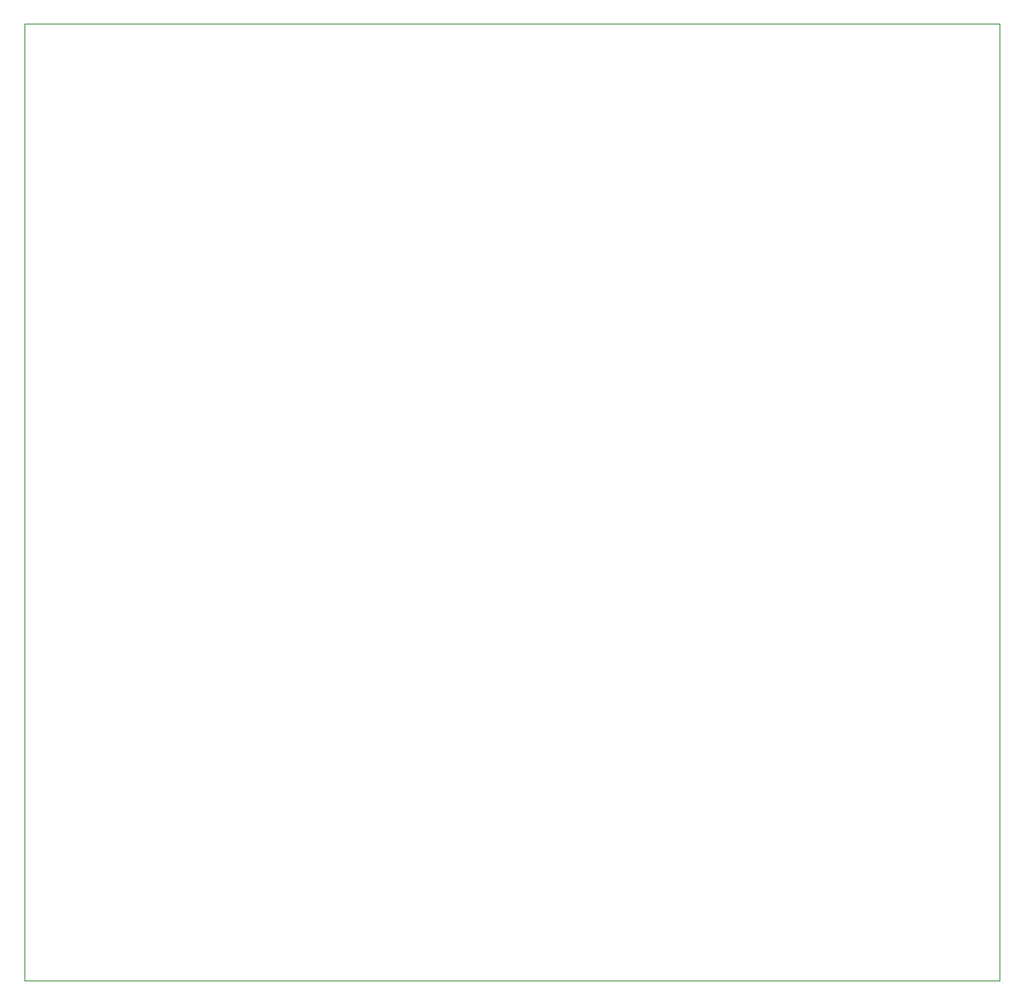
<source format=gbr>
G04 #@! TF.GenerationSoftware,KiCad,Pcbnew,8.0.4*
G04 #@! TF.CreationDate,2024-10-22T20:33:19-05:00*
G04 #@! TF.ProjectId,PCB_split,5043425f-7370-46c6-9974-2e6b69636164,rev?*
G04 #@! TF.SameCoordinates,Original*
G04 #@! TF.FileFunction,Profile,NP*
%FSLAX46Y46*%
G04 Gerber Fmt 4.6, Leading zero omitted, Abs format (unit mm)*
G04 Created by KiCad (PCBNEW 8.0.4) date 2024-10-22 20:33:19*
%MOMM*%
%LPD*%
G01*
G04 APERTURE LIST*
G04 #@! TA.AperFunction,Profile*
%ADD10C,0.050000*%
G04 #@! TD*
G04 APERTURE END LIST*
D10*
X88519000Y-34036000D02*
X186309000Y-34036000D01*
X186309000Y-130048000D01*
X88519000Y-130048000D01*
X88519000Y-34036000D01*
M02*

</source>
